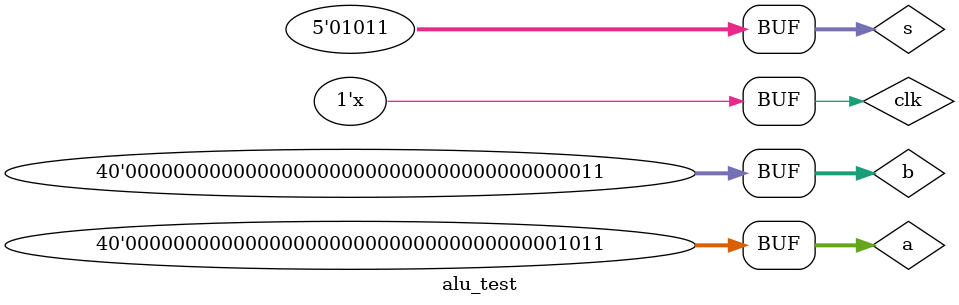
<source format=v>



module alu (a,b,s,clk, out);
    input [39:0]a,b;
    input [4:0]s;
    input clk;
    reg [39:0]c,d;
    output  reg [39:0]out;    

    reg i;

    always @ (posedge clk)
    begin
        if (s==5'b00101)
            out = a+b;
        else 
        begin
            
            if (s==5'b01000)
                out= a*b;
            else if (s==5'b00110)
                out = a-b;
            else if (s==5'b01011)
                out = a/b;
        end
    end  
endmodule


`timescale 1ns/1ps
module alu_test;
    reg [39:0]a,b;
    reg clk;
    reg [4:0] s;
    wire [39:0] out;
    alu uut (a,b,s, clk, out);
    initial
    begin
        $dumpfile("alua.vcd");
        $dumpvars(0, alu_test);
        a= 40'h000000000b;
        b= 40'h0000000003;
        clk=0;
        s= 5'b00101;
    end

    always
    begin
        #3 clk=~clk;
    end

    always
    begin

        s = 5'b00101;
        #10 s = 5'b00110;
        #10 s = 5'b01000;
        #10 s = 5'b01011;
        #10;

    end

endmodule
</source>
